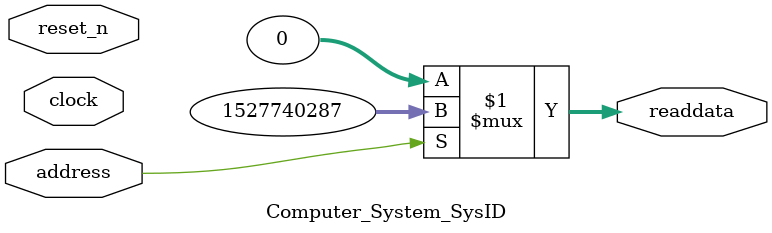
<source format=v>



// synthesis translate_off
`timescale 1ns / 1ps
// synthesis translate_on

// turn off superfluous verilog processor warnings 
// altera message_level Level1 
// altera message_off 10034 10035 10036 10037 10230 10240 10030 

module Computer_System_SysID (
               // inputs:
                address,
                clock,
                reset_n,

               // outputs:
                readdata
             )
;

  output  [ 31: 0] readdata;
  input            address;
  input            clock;
  input            reset_n;

  wire    [ 31: 0] readdata;
  //control_slave, which is an e_avalon_slave
  assign readdata = address ? 1527740287 : 0;

endmodule



</source>
